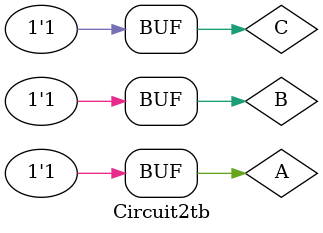
<source format=v>
module Circuit2tb;
    reg A, B, C;
    wire D;
    Circuit2 M1 (A, B, C, D);
    initial begin
        A = 1'b0;
        B = 1'b0;
        C = 1'b0;

        #20 A = 1'b0;
        B = 1'b0;
        C = 1'b1;

        #20 A = 1'b0;
        B = 1'b1;
        C = 1'b0;

        #20 A = 1'b0;
        B = 1'b1;
        C = 1'b1;

        #20 A = 1'b1;
        B = 1'b0;
        C = 1'b0;

        #20 A = 1'b1;
        B = 1'b0;
        C = 1'b1;

        #20 A = 1'b1;
        B = 1'b1;
        C = 1'b0;

        #20 A = 1'b1;
        B = 1'b1;
        C = 1'b1;
    end
    initial begin
        $monitor($time, "A = %b, B = %b, C = %b, D = %b", A, B, C, D);
    end
    initial begin
        $dumpfile("Circuit2.vcd");
        $dumpvars(0, Circuit2tb);
    end
endmodule
</source>
